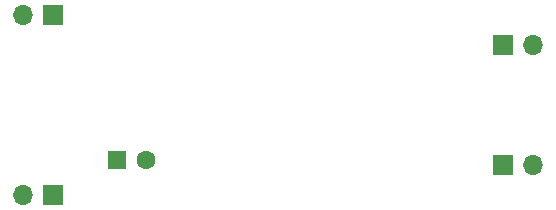
<source format=gbs>
G04 #@! TF.GenerationSoftware,KiCad,Pcbnew,8.0.5*
G04 #@! TF.CreationDate,2024-10-13T18:51:58+02:00*
G04 #@! TF.ProjectId,DCDC_converter,44434443-5f63-46f6-9e76-65727465722e,rev?*
G04 #@! TF.SameCoordinates,Original*
G04 #@! TF.FileFunction,Soldermask,Bot*
G04 #@! TF.FilePolarity,Negative*
%FSLAX46Y46*%
G04 Gerber Fmt 4.6, Leading zero omitted, Abs format (unit mm)*
G04 Created by KiCad (PCBNEW 8.0.5) date 2024-10-13 18:51:58*
%MOMM*%
%LPD*%
G01*
G04 APERTURE LIST*
%ADD10O,1.700000X1.700000*%
%ADD11R,1.700000X1.700000*%
%ADD12R,1.600000X1.600000*%
%ADD13C,1.600000*%
G04 APERTURE END LIST*
D10*
X96577500Y-64830000D03*
D11*
X94037500Y-64830000D03*
D10*
X96577500Y-54670000D03*
D11*
X94037500Y-54670000D03*
D12*
X61317500Y-64440000D03*
D13*
X63817500Y-64440000D03*
D10*
X53397500Y-67370000D03*
D11*
X55937500Y-67370000D03*
D10*
X53397500Y-52130000D03*
D11*
X55937500Y-52130000D03*
M02*

</source>
